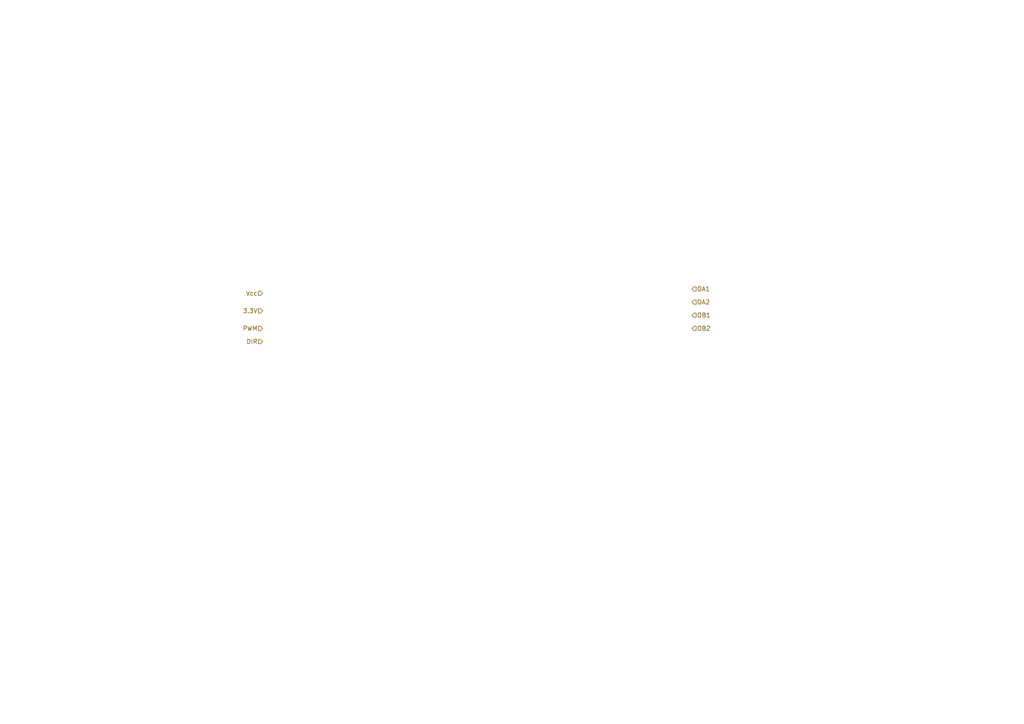
<source format=kicad_sch>
(kicad_sch (version 20230121) (generator eeschema)
  (paper "A4")
  (lib_symbols)
  (hierarchical_label "OB1" (shape input) (at 200.66 91.44 0))
  (hierarchical_label "OA2" (shape input) (at 200.66 87.63 0))
  (hierarchical_label "3.3V" (shape input) (at 76.2 90.17 180))
  (hierarchical_label "DIR" (shape input) (at 76.2 99.06 180))
  (hierarchical_label "OA1" (shape input) (at 200.66 83.82 0))
  (hierarchical_label "OB2" (shape input) (at 200.66 95.25 0))
  (hierarchical_label "PWM" (shape input) (at 76.2 95.25 180))
  (hierarchical_label "Vcc" (shape input) (at 76.2 85.09 180))
)
</source>
